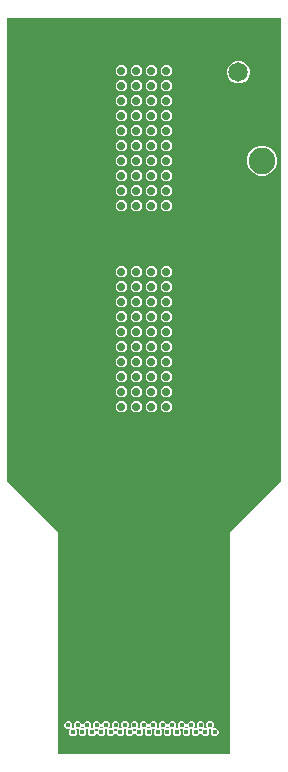
<source format=gbr>
G04 EAGLE Gerber RS-274X export*
G75*
%MOMM*%
%FSLAX34Y34*%
%LPD*%
%INCopper Layer 15*%
%IPPOS*%
%AMOC8*
5,1,8,0,0,1.08239X$1,22.5*%
G01*
%ADD10C,0.711200*%
%ADD11C,1.650000*%
%ADD12C,2.250000*%
%ADD13C,0.403200*%

G36*
X72430Y229012D02*
X72430Y229012D01*
X72496Y229014D01*
X72539Y229032D01*
X72586Y229040D01*
X72643Y229074D01*
X72703Y229099D01*
X72738Y229130D01*
X72779Y229155D01*
X72821Y229206D01*
X72869Y229250D01*
X72891Y229292D01*
X72920Y229329D01*
X72941Y229391D01*
X72972Y229450D01*
X72980Y229504D01*
X72992Y229541D01*
X72991Y229581D01*
X72999Y229635D01*
X72999Y416657D01*
X115813Y459471D01*
X115838Y459506D01*
X115869Y459535D01*
X115901Y459598D01*
X115942Y459656D01*
X115952Y459697D01*
X115972Y459735D01*
X115985Y459824D01*
X115998Y459873D01*
X115995Y459894D01*
X115999Y459920D01*
X115999Y851333D01*
X115988Y851398D01*
X115986Y851464D01*
X115968Y851507D01*
X115960Y851554D01*
X115926Y851611D01*
X115901Y851672D01*
X115870Y851706D01*
X115845Y851747D01*
X115794Y851789D01*
X115750Y851837D01*
X115708Y851859D01*
X115671Y851889D01*
X115609Y851910D01*
X115550Y851940D01*
X115496Y851948D01*
X115459Y851960D01*
X115419Y851959D01*
X115365Y851967D01*
X-115365Y851967D01*
X-115430Y851956D01*
X-115496Y851954D01*
X-115539Y851936D01*
X-115586Y851928D01*
X-115643Y851894D01*
X-115703Y851870D01*
X-115738Y851838D01*
X-115779Y851814D01*
X-115821Y851763D01*
X-115869Y851718D01*
X-115891Y851676D01*
X-115920Y851639D01*
X-115941Y851577D01*
X-115972Y851519D01*
X-115980Y851464D01*
X-115992Y851427D01*
X-115991Y851388D01*
X-115999Y851333D01*
X-115999Y459920D01*
X-115992Y459878D01*
X-115994Y459836D01*
X-115972Y459769D01*
X-115960Y459699D01*
X-115938Y459663D01*
X-115925Y459622D01*
X-115871Y459549D01*
X-115845Y459506D01*
X-115829Y459493D01*
X-115813Y459471D01*
X-72999Y416657D01*
X-72999Y229635D01*
X-72988Y229570D01*
X-72986Y229504D01*
X-72968Y229461D01*
X-72960Y229414D01*
X-72926Y229357D01*
X-72901Y229297D01*
X-72870Y229262D01*
X-72845Y229221D01*
X-72794Y229179D01*
X-72750Y229131D01*
X-72708Y229109D01*
X-72671Y229080D01*
X-72609Y229059D01*
X-72550Y229028D01*
X-72496Y229020D01*
X-72459Y229008D01*
X-72419Y229009D01*
X-72365Y229001D01*
X72365Y229001D01*
X72430Y229012D01*
G37*
%LPC*%
G36*
X-61361Y243713D02*
X-61361Y243713D01*
X-63287Y245639D01*
X-63287Y248361D01*
X-63018Y248631D01*
X-62967Y248704D01*
X-62911Y248773D01*
X-62903Y248795D01*
X-62890Y248815D01*
X-62867Y248901D01*
X-62839Y248985D01*
X-62839Y249009D01*
X-62834Y249032D01*
X-62843Y249121D01*
X-62845Y249210D01*
X-62854Y249231D01*
X-62857Y249255D01*
X-62896Y249335D01*
X-62930Y249417D01*
X-62946Y249435D01*
X-62956Y249456D01*
X-63021Y249517D01*
X-63081Y249583D01*
X-63102Y249594D01*
X-63119Y249610D01*
X-63202Y249645D01*
X-63281Y249686D01*
X-63307Y249689D01*
X-63326Y249698D01*
X-63377Y249700D01*
X-63466Y249713D01*
X-65361Y249713D01*
X-67287Y251639D01*
X-67287Y254361D01*
X-65361Y256287D01*
X-62639Y256287D01*
X-60713Y254361D01*
X-60713Y251639D01*
X-60982Y251369D01*
X-61033Y251296D01*
X-61089Y251227D01*
X-61097Y251205D01*
X-61110Y251185D01*
X-61133Y251099D01*
X-61161Y251015D01*
X-61161Y250991D01*
X-61166Y250968D01*
X-61157Y250879D01*
X-61155Y250790D01*
X-61146Y250769D01*
X-61143Y250745D01*
X-61104Y250665D01*
X-61070Y250583D01*
X-61054Y250565D01*
X-61044Y250544D01*
X-60979Y250483D01*
X-60919Y250417D01*
X-60898Y250406D01*
X-60881Y250390D01*
X-60798Y250355D01*
X-60719Y250314D01*
X-60693Y250311D01*
X-60674Y250302D01*
X-60623Y250300D01*
X-60534Y250287D01*
X-59466Y250287D01*
X-59378Y250302D01*
X-59290Y250312D01*
X-59269Y250322D01*
X-59245Y250326D01*
X-59169Y250372D01*
X-59089Y250411D01*
X-59072Y250428D01*
X-59052Y250441D01*
X-58996Y250510D01*
X-58935Y250574D01*
X-58926Y250596D01*
X-58911Y250615D01*
X-58882Y250699D01*
X-58847Y250781D01*
X-58846Y250805D01*
X-58839Y250827D01*
X-58841Y250916D01*
X-58837Y251005D01*
X-58845Y251028D01*
X-58845Y251052D01*
X-58879Y251134D01*
X-58906Y251219D01*
X-58922Y251240D01*
X-58930Y251259D01*
X-58964Y251297D01*
X-59018Y251369D01*
X-59287Y251639D01*
X-59287Y254361D01*
X-57361Y256287D01*
X-54639Y256287D01*
X-52713Y254361D01*
X-52713Y251639D01*
X-52982Y251369D01*
X-53033Y251296D01*
X-53089Y251227D01*
X-53097Y251205D01*
X-53110Y251185D01*
X-53133Y251099D01*
X-53161Y251015D01*
X-53161Y250991D01*
X-53166Y250968D01*
X-53157Y250879D01*
X-53155Y250790D01*
X-53146Y250769D01*
X-53143Y250745D01*
X-53104Y250665D01*
X-53070Y250583D01*
X-53054Y250565D01*
X-53044Y250544D01*
X-52979Y250483D01*
X-52919Y250417D01*
X-52898Y250406D01*
X-52881Y250390D01*
X-52798Y250355D01*
X-52719Y250314D01*
X-52693Y250311D01*
X-52674Y250302D01*
X-52623Y250300D01*
X-52534Y250287D01*
X-51466Y250287D01*
X-51378Y250302D01*
X-51290Y250312D01*
X-51269Y250322D01*
X-51245Y250326D01*
X-51169Y250372D01*
X-51089Y250411D01*
X-51072Y250428D01*
X-51052Y250441D01*
X-50996Y250510D01*
X-50935Y250574D01*
X-50926Y250596D01*
X-50911Y250615D01*
X-50882Y250699D01*
X-50847Y250781D01*
X-50846Y250805D01*
X-50839Y250827D01*
X-50841Y250916D01*
X-50837Y251005D01*
X-50845Y251028D01*
X-50845Y251052D01*
X-50879Y251134D01*
X-50906Y251219D01*
X-50922Y251240D01*
X-50930Y251259D01*
X-50964Y251297D01*
X-51018Y251369D01*
X-51287Y251639D01*
X-51287Y254361D01*
X-49361Y256287D01*
X-46639Y256287D01*
X-44713Y254361D01*
X-44713Y251639D01*
X-44982Y251369D01*
X-45033Y251296D01*
X-45089Y251227D01*
X-45097Y251205D01*
X-45110Y251185D01*
X-45133Y251099D01*
X-45161Y251015D01*
X-45161Y250991D01*
X-45166Y250968D01*
X-45157Y250879D01*
X-45155Y250790D01*
X-45146Y250769D01*
X-45143Y250745D01*
X-45104Y250665D01*
X-45070Y250583D01*
X-45054Y250565D01*
X-45044Y250544D01*
X-44979Y250483D01*
X-44919Y250417D01*
X-44898Y250406D01*
X-44881Y250390D01*
X-44798Y250355D01*
X-44719Y250314D01*
X-44693Y250311D01*
X-44674Y250302D01*
X-44623Y250300D01*
X-44534Y250287D01*
X-43466Y250287D01*
X-43378Y250302D01*
X-43290Y250312D01*
X-43269Y250322D01*
X-43245Y250326D01*
X-43169Y250372D01*
X-43089Y250411D01*
X-43072Y250428D01*
X-43052Y250441D01*
X-42996Y250510D01*
X-42935Y250574D01*
X-42926Y250596D01*
X-42911Y250615D01*
X-42882Y250699D01*
X-42847Y250781D01*
X-42846Y250805D01*
X-42839Y250827D01*
X-42841Y250916D01*
X-42837Y251005D01*
X-42845Y251028D01*
X-42845Y251052D01*
X-42879Y251134D01*
X-42906Y251219D01*
X-42922Y251240D01*
X-42930Y251259D01*
X-42964Y251297D01*
X-43018Y251369D01*
X-43287Y251639D01*
X-43287Y254361D01*
X-41361Y256287D01*
X-38639Y256287D01*
X-36713Y254361D01*
X-36713Y251639D01*
X-36982Y251369D01*
X-37033Y251296D01*
X-37089Y251227D01*
X-37097Y251205D01*
X-37110Y251185D01*
X-37133Y251099D01*
X-37161Y251015D01*
X-37161Y250991D01*
X-37166Y250968D01*
X-37157Y250879D01*
X-37155Y250790D01*
X-37146Y250769D01*
X-37143Y250745D01*
X-37104Y250665D01*
X-37070Y250583D01*
X-37054Y250565D01*
X-37044Y250544D01*
X-36979Y250483D01*
X-36919Y250417D01*
X-36898Y250406D01*
X-36881Y250390D01*
X-36798Y250355D01*
X-36719Y250314D01*
X-36693Y250311D01*
X-36674Y250302D01*
X-36623Y250300D01*
X-36534Y250287D01*
X-35466Y250287D01*
X-35378Y250302D01*
X-35290Y250312D01*
X-35269Y250322D01*
X-35245Y250326D01*
X-35169Y250372D01*
X-35089Y250411D01*
X-35072Y250428D01*
X-35052Y250441D01*
X-34996Y250510D01*
X-34935Y250574D01*
X-34926Y250596D01*
X-34911Y250615D01*
X-34882Y250699D01*
X-34847Y250781D01*
X-34846Y250805D01*
X-34839Y250827D01*
X-34841Y250916D01*
X-34837Y251005D01*
X-34845Y251028D01*
X-34845Y251052D01*
X-34879Y251134D01*
X-34906Y251219D01*
X-34922Y251240D01*
X-34930Y251259D01*
X-34964Y251297D01*
X-35018Y251369D01*
X-35287Y251639D01*
X-35287Y254361D01*
X-33361Y256287D01*
X-30639Y256287D01*
X-28713Y254361D01*
X-28713Y251639D01*
X-28982Y251369D01*
X-29033Y251296D01*
X-29089Y251227D01*
X-29097Y251205D01*
X-29110Y251185D01*
X-29133Y251099D01*
X-29161Y251015D01*
X-29161Y250991D01*
X-29166Y250968D01*
X-29157Y250879D01*
X-29155Y250790D01*
X-29146Y250769D01*
X-29143Y250745D01*
X-29104Y250665D01*
X-29070Y250583D01*
X-29054Y250565D01*
X-29044Y250544D01*
X-28979Y250483D01*
X-28919Y250417D01*
X-28898Y250406D01*
X-28881Y250390D01*
X-28798Y250355D01*
X-28719Y250314D01*
X-28693Y250311D01*
X-28674Y250302D01*
X-28623Y250300D01*
X-28534Y250287D01*
X-27466Y250287D01*
X-27378Y250302D01*
X-27290Y250312D01*
X-27269Y250322D01*
X-27245Y250326D01*
X-27169Y250372D01*
X-27089Y250411D01*
X-27072Y250428D01*
X-27052Y250441D01*
X-26996Y250510D01*
X-26935Y250574D01*
X-26926Y250596D01*
X-26911Y250615D01*
X-26882Y250699D01*
X-26847Y250781D01*
X-26846Y250805D01*
X-26839Y250827D01*
X-26841Y250916D01*
X-26837Y251005D01*
X-26845Y251028D01*
X-26845Y251052D01*
X-26879Y251134D01*
X-26906Y251219D01*
X-26922Y251240D01*
X-26930Y251259D01*
X-26964Y251297D01*
X-27018Y251369D01*
X-27287Y251639D01*
X-27287Y254361D01*
X-25361Y256287D01*
X-22639Y256287D01*
X-20713Y254361D01*
X-20713Y251639D01*
X-20982Y251369D01*
X-21033Y251296D01*
X-21089Y251227D01*
X-21097Y251205D01*
X-21110Y251185D01*
X-21133Y251099D01*
X-21161Y251015D01*
X-21161Y250991D01*
X-21166Y250968D01*
X-21157Y250879D01*
X-21155Y250790D01*
X-21146Y250769D01*
X-21143Y250745D01*
X-21104Y250665D01*
X-21070Y250583D01*
X-21054Y250565D01*
X-21044Y250544D01*
X-20979Y250483D01*
X-20919Y250417D01*
X-20898Y250406D01*
X-20881Y250390D01*
X-20798Y250355D01*
X-20719Y250314D01*
X-20693Y250311D01*
X-20674Y250302D01*
X-20623Y250300D01*
X-20534Y250287D01*
X-19466Y250287D01*
X-19378Y250302D01*
X-19290Y250312D01*
X-19269Y250322D01*
X-19245Y250326D01*
X-19169Y250372D01*
X-19089Y250411D01*
X-19072Y250428D01*
X-19052Y250441D01*
X-18996Y250510D01*
X-18935Y250574D01*
X-18926Y250596D01*
X-18911Y250615D01*
X-18882Y250699D01*
X-18847Y250781D01*
X-18846Y250805D01*
X-18839Y250827D01*
X-18841Y250916D01*
X-18837Y251005D01*
X-18845Y251028D01*
X-18845Y251052D01*
X-18879Y251134D01*
X-18906Y251219D01*
X-18922Y251240D01*
X-18930Y251259D01*
X-18964Y251297D01*
X-19018Y251369D01*
X-19287Y251639D01*
X-19287Y254361D01*
X-17361Y256287D01*
X-14639Y256287D01*
X-12713Y254361D01*
X-12713Y251639D01*
X-12982Y251369D01*
X-13033Y251296D01*
X-13089Y251227D01*
X-13097Y251205D01*
X-13110Y251185D01*
X-13133Y251099D01*
X-13161Y251015D01*
X-13161Y250991D01*
X-13166Y250968D01*
X-13157Y250879D01*
X-13155Y250790D01*
X-13146Y250769D01*
X-13143Y250745D01*
X-13104Y250665D01*
X-13070Y250583D01*
X-13054Y250565D01*
X-13044Y250544D01*
X-12979Y250483D01*
X-12919Y250417D01*
X-12898Y250406D01*
X-12881Y250390D01*
X-12798Y250355D01*
X-12719Y250314D01*
X-12693Y250311D01*
X-12674Y250302D01*
X-12623Y250300D01*
X-12534Y250287D01*
X-11466Y250287D01*
X-11378Y250302D01*
X-11290Y250312D01*
X-11269Y250322D01*
X-11245Y250326D01*
X-11169Y250372D01*
X-11089Y250411D01*
X-11072Y250428D01*
X-11052Y250441D01*
X-10996Y250510D01*
X-10935Y250574D01*
X-10926Y250596D01*
X-10911Y250615D01*
X-10882Y250699D01*
X-10847Y250781D01*
X-10846Y250805D01*
X-10839Y250827D01*
X-10841Y250916D01*
X-10837Y251005D01*
X-10845Y251028D01*
X-10845Y251052D01*
X-10879Y251134D01*
X-10906Y251219D01*
X-10922Y251240D01*
X-10930Y251259D01*
X-10964Y251297D01*
X-11018Y251369D01*
X-11287Y251639D01*
X-11287Y254361D01*
X-9361Y256287D01*
X-6639Y256287D01*
X-4713Y254361D01*
X-4713Y251639D01*
X-4982Y251369D01*
X-5033Y251296D01*
X-5089Y251227D01*
X-5097Y251205D01*
X-5110Y251185D01*
X-5133Y251099D01*
X-5161Y251015D01*
X-5161Y250991D01*
X-5166Y250968D01*
X-5157Y250879D01*
X-5155Y250790D01*
X-5146Y250769D01*
X-5143Y250745D01*
X-5104Y250665D01*
X-5070Y250583D01*
X-5054Y250565D01*
X-5044Y250544D01*
X-4979Y250483D01*
X-4919Y250417D01*
X-4898Y250406D01*
X-4881Y250390D01*
X-4798Y250355D01*
X-4719Y250314D01*
X-4693Y250311D01*
X-4674Y250302D01*
X-4623Y250300D01*
X-4534Y250287D01*
X-3466Y250287D01*
X-3378Y250302D01*
X-3290Y250312D01*
X-3269Y250322D01*
X-3245Y250326D01*
X-3169Y250372D01*
X-3089Y250411D01*
X-3072Y250428D01*
X-3052Y250441D01*
X-2996Y250510D01*
X-2935Y250574D01*
X-2926Y250596D01*
X-2911Y250615D01*
X-2882Y250699D01*
X-2847Y250781D01*
X-2846Y250805D01*
X-2839Y250827D01*
X-2841Y250916D01*
X-2837Y251005D01*
X-2845Y251028D01*
X-2845Y251052D01*
X-2879Y251134D01*
X-2906Y251219D01*
X-2922Y251240D01*
X-2930Y251259D01*
X-2964Y251297D01*
X-3018Y251369D01*
X-3287Y251639D01*
X-3287Y254361D01*
X-1361Y256287D01*
X1361Y256287D01*
X3287Y254361D01*
X3287Y251639D01*
X3018Y251369D01*
X2967Y251296D01*
X2911Y251227D01*
X2903Y251205D01*
X2890Y251185D01*
X2867Y251099D01*
X2839Y251015D01*
X2839Y250991D01*
X2834Y250968D01*
X2843Y250879D01*
X2845Y250790D01*
X2854Y250769D01*
X2857Y250745D01*
X2896Y250665D01*
X2930Y250583D01*
X2946Y250565D01*
X2956Y250544D01*
X3021Y250483D01*
X3081Y250417D01*
X3102Y250406D01*
X3119Y250390D01*
X3202Y250355D01*
X3281Y250314D01*
X3307Y250311D01*
X3326Y250302D01*
X3377Y250300D01*
X3466Y250287D01*
X4534Y250287D01*
X4622Y250302D01*
X4710Y250312D01*
X4731Y250322D01*
X4755Y250326D01*
X4831Y250372D01*
X4911Y250411D01*
X4928Y250428D01*
X4948Y250441D01*
X5004Y250510D01*
X5065Y250574D01*
X5074Y250596D01*
X5089Y250615D01*
X5118Y250699D01*
X5153Y250781D01*
X5154Y250805D01*
X5161Y250827D01*
X5159Y250916D01*
X5163Y251005D01*
X5155Y251028D01*
X5155Y251052D01*
X5121Y251134D01*
X5094Y251219D01*
X5078Y251240D01*
X5070Y251259D01*
X5036Y251297D01*
X4982Y251369D01*
X4713Y251639D01*
X4713Y254361D01*
X6639Y256287D01*
X9361Y256287D01*
X11287Y254361D01*
X11287Y251639D01*
X11018Y251369D01*
X10967Y251296D01*
X10911Y251227D01*
X10903Y251205D01*
X10890Y251185D01*
X10867Y251099D01*
X10839Y251015D01*
X10839Y250991D01*
X10834Y250968D01*
X10843Y250879D01*
X10845Y250790D01*
X10854Y250769D01*
X10857Y250745D01*
X10896Y250665D01*
X10930Y250583D01*
X10946Y250565D01*
X10956Y250544D01*
X11021Y250483D01*
X11081Y250417D01*
X11102Y250406D01*
X11119Y250390D01*
X11202Y250355D01*
X11281Y250314D01*
X11307Y250311D01*
X11326Y250302D01*
X11377Y250300D01*
X11466Y250287D01*
X12455Y250287D01*
X12543Y250302D01*
X12631Y250312D01*
X12652Y250322D01*
X12676Y250326D01*
X12752Y250372D01*
X12832Y250411D01*
X12849Y250428D01*
X12869Y250441D01*
X12925Y250510D01*
X12986Y250574D01*
X12995Y250596D01*
X13010Y250615D01*
X13039Y250699D01*
X13074Y250781D01*
X13075Y250805D01*
X13082Y250827D01*
X13080Y250916D01*
X13084Y251005D01*
X13076Y251028D01*
X13076Y251052D01*
X13042Y251134D01*
X13015Y251219D01*
X12999Y251240D01*
X12991Y251259D01*
X12957Y251297D01*
X12903Y251369D01*
X12634Y251639D01*
X12634Y254361D01*
X14560Y256287D01*
X17282Y256287D01*
X19208Y254361D01*
X19208Y251639D01*
X18939Y251369D01*
X18888Y251296D01*
X18832Y251227D01*
X18824Y251205D01*
X18811Y251185D01*
X18788Y251099D01*
X18760Y251015D01*
X18760Y250991D01*
X18755Y250968D01*
X18764Y250879D01*
X18766Y250790D01*
X18775Y250769D01*
X18778Y250745D01*
X18817Y250665D01*
X18851Y250583D01*
X18867Y250565D01*
X18877Y250544D01*
X18942Y250483D01*
X19002Y250417D01*
X19023Y250406D01*
X19040Y250390D01*
X19123Y250355D01*
X19202Y250314D01*
X19228Y250311D01*
X19247Y250302D01*
X19298Y250300D01*
X19387Y250287D01*
X20534Y250287D01*
X20622Y250302D01*
X20710Y250312D01*
X20731Y250322D01*
X20755Y250326D01*
X20831Y250372D01*
X20911Y250411D01*
X20928Y250428D01*
X20948Y250441D01*
X21004Y250510D01*
X21065Y250574D01*
X21074Y250596D01*
X21089Y250615D01*
X21118Y250699D01*
X21153Y250781D01*
X21154Y250805D01*
X21161Y250827D01*
X21159Y250916D01*
X21163Y251005D01*
X21155Y251028D01*
X21155Y251052D01*
X21121Y251134D01*
X21094Y251219D01*
X21078Y251240D01*
X21070Y251259D01*
X21036Y251297D01*
X20982Y251369D01*
X20713Y251639D01*
X20713Y254361D01*
X22639Y256287D01*
X25361Y256287D01*
X27287Y254361D01*
X27287Y251639D01*
X27018Y251369D01*
X26967Y251296D01*
X26911Y251227D01*
X26903Y251205D01*
X26890Y251185D01*
X26867Y251099D01*
X26839Y251015D01*
X26839Y250991D01*
X26834Y250968D01*
X26843Y250879D01*
X26845Y250790D01*
X26854Y250769D01*
X26857Y250745D01*
X26896Y250665D01*
X26930Y250583D01*
X26946Y250565D01*
X26956Y250544D01*
X27021Y250483D01*
X27081Y250417D01*
X27102Y250406D01*
X27119Y250390D01*
X27202Y250355D01*
X27281Y250314D01*
X27307Y250311D01*
X27326Y250302D01*
X27377Y250300D01*
X27466Y250287D01*
X28534Y250287D01*
X28622Y250302D01*
X28710Y250312D01*
X28731Y250322D01*
X28755Y250326D01*
X28831Y250372D01*
X28911Y250411D01*
X28928Y250428D01*
X28948Y250441D01*
X29004Y250510D01*
X29065Y250574D01*
X29074Y250596D01*
X29089Y250615D01*
X29118Y250699D01*
X29153Y250781D01*
X29154Y250805D01*
X29161Y250827D01*
X29159Y250916D01*
X29163Y251005D01*
X29155Y251028D01*
X29155Y251052D01*
X29121Y251134D01*
X29094Y251219D01*
X29078Y251240D01*
X29070Y251259D01*
X29036Y251297D01*
X28982Y251369D01*
X28713Y251639D01*
X28713Y254361D01*
X30639Y256287D01*
X33361Y256287D01*
X35287Y254361D01*
X35287Y251639D01*
X35018Y251369D01*
X34967Y251296D01*
X34911Y251227D01*
X34903Y251205D01*
X34890Y251185D01*
X34867Y251099D01*
X34839Y251015D01*
X34839Y250991D01*
X34834Y250968D01*
X34843Y250879D01*
X34845Y250790D01*
X34854Y250769D01*
X34857Y250745D01*
X34896Y250665D01*
X34930Y250583D01*
X34946Y250565D01*
X34956Y250544D01*
X35021Y250483D01*
X35081Y250417D01*
X35102Y250406D01*
X35119Y250390D01*
X35202Y250355D01*
X35281Y250314D01*
X35307Y250311D01*
X35326Y250302D01*
X35377Y250300D01*
X35466Y250287D01*
X36534Y250287D01*
X36622Y250302D01*
X36710Y250312D01*
X36731Y250322D01*
X36755Y250326D01*
X36831Y250372D01*
X36911Y250411D01*
X36928Y250428D01*
X36948Y250441D01*
X37004Y250510D01*
X37065Y250574D01*
X37074Y250596D01*
X37089Y250615D01*
X37118Y250699D01*
X37153Y250781D01*
X37154Y250805D01*
X37161Y250827D01*
X37159Y250916D01*
X37163Y251005D01*
X37155Y251028D01*
X37155Y251052D01*
X37121Y251134D01*
X37094Y251219D01*
X37078Y251240D01*
X37070Y251259D01*
X37036Y251297D01*
X36982Y251369D01*
X36713Y251639D01*
X36713Y254361D01*
X38639Y256287D01*
X41361Y256287D01*
X43287Y254361D01*
X43287Y251639D01*
X43018Y251369D01*
X42967Y251296D01*
X42911Y251227D01*
X42903Y251205D01*
X42890Y251185D01*
X42867Y251099D01*
X42839Y251015D01*
X42839Y250991D01*
X42834Y250968D01*
X42843Y250879D01*
X42845Y250790D01*
X42854Y250769D01*
X42857Y250745D01*
X42896Y250665D01*
X42930Y250583D01*
X42946Y250565D01*
X42956Y250544D01*
X43021Y250483D01*
X43081Y250417D01*
X43102Y250406D01*
X43119Y250390D01*
X43202Y250355D01*
X43281Y250314D01*
X43307Y250311D01*
X43326Y250302D01*
X43377Y250300D01*
X43466Y250287D01*
X44534Y250287D01*
X44622Y250302D01*
X44710Y250312D01*
X44731Y250322D01*
X44755Y250326D01*
X44831Y250372D01*
X44911Y250411D01*
X44928Y250428D01*
X44948Y250441D01*
X45004Y250510D01*
X45065Y250574D01*
X45074Y250596D01*
X45089Y250615D01*
X45118Y250699D01*
X45153Y250781D01*
X45154Y250805D01*
X45161Y250827D01*
X45159Y250916D01*
X45163Y251005D01*
X45155Y251028D01*
X45155Y251052D01*
X45121Y251134D01*
X45094Y251219D01*
X45078Y251240D01*
X45070Y251259D01*
X45036Y251297D01*
X44982Y251369D01*
X44713Y251639D01*
X44713Y254361D01*
X46639Y256287D01*
X49361Y256287D01*
X51287Y254361D01*
X51287Y251639D01*
X51018Y251369D01*
X50967Y251296D01*
X50911Y251227D01*
X50903Y251205D01*
X50890Y251185D01*
X50867Y251099D01*
X50839Y251015D01*
X50839Y250991D01*
X50834Y250968D01*
X50843Y250879D01*
X50845Y250790D01*
X50854Y250769D01*
X50857Y250745D01*
X50896Y250665D01*
X50930Y250583D01*
X50946Y250565D01*
X50956Y250544D01*
X51021Y250483D01*
X51081Y250417D01*
X51102Y250406D01*
X51119Y250390D01*
X51202Y250355D01*
X51281Y250314D01*
X51307Y250311D01*
X51326Y250302D01*
X51377Y250300D01*
X51466Y250287D01*
X52534Y250287D01*
X52622Y250302D01*
X52710Y250312D01*
X52731Y250322D01*
X52755Y250326D01*
X52831Y250372D01*
X52911Y250411D01*
X52928Y250428D01*
X52948Y250441D01*
X53004Y250510D01*
X53065Y250574D01*
X53074Y250596D01*
X53089Y250615D01*
X53118Y250699D01*
X53153Y250781D01*
X53154Y250805D01*
X53161Y250827D01*
X53159Y250916D01*
X53163Y251005D01*
X53155Y251028D01*
X53155Y251052D01*
X53121Y251134D01*
X53094Y251219D01*
X53078Y251240D01*
X53070Y251259D01*
X53036Y251297D01*
X52982Y251369D01*
X52713Y251639D01*
X52713Y254361D01*
X54639Y256287D01*
X57361Y256287D01*
X59287Y254361D01*
X59287Y251639D01*
X59018Y251369D01*
X58967Y251296D01*
X58911Y251227D01*
X58903Y251205D01*
X58890Y251185D01*
X58867Y251099D01*
X58839Y251015D01*
X58839Y250991D01*
X58834Y250968D01*
X58843Y250879D01*
X58845Y250790D01*
X58854Y250769D01*
X58857Y250745D01*
X58896Y250665D01*
X58930Y250583D01*
X58946Y250565D01*
X58956Y250544D01*
X59021Y250483D01*
X59081Y250417D01*
X59102Y250406D01*
X59119Y250390D01*
X59202Y250355D01*
X59281Y250314D01*
X59307Y250311D01*
X59326Y250302D01*
X59377Y250300D01*
X59466Y250287D01*
X61361Y250287D01*
X63287Y248361D01*
X63287Y245639D01*
X61361Y243713D01*
X58639Y243713D01*
X56713Y245639D01*
X56713Y248361D01*
X56982Y248631D01*
X57033Y248704D01*
X57089Y248773D01*
X57097Y248795D01*
X57110Y248815D01*
X57133Y248901D01*
X57161Y248985D01*
X57161Y249009D01*
X57166Y249032D01*
X57157Y249121D01*
X57155Y249210D01*
X57146Y249231D01*
X57143Y249255D01*
X57104Y249335D01*
X57070Y249417D01*
X57054Y249435D01*
X57044Y249456D01*
X56979Y249517D01*
X56919Y249583D01*
X56898Y249594D01*
X56881Y249610D01*
X56798Y249645D01*
X56719Y249686D01*
X56693Y249689D01*
X56674Y249698D01*
X56623Y249700D01*
X56534Y249713D01*
X55466Y249713D01*
X55378Y249698D01*
X55290Y249688D01*
X55269Y249678D01*
X55245Y249674D01*
X55169Y249628D01*
X55089Y249589D01*
X55072Y249572D01*
X55052Y249559D01*
X54996Y249490D01*
X54935Y249426D01*
X54926Y249404D01*
X54911Y249385D01*
X54882Y249301D01*
X54847Y249219D01*
X54846Y249195D01*
X54839Y249173D01*
X54841Y249084D01*
X54837Y248995D01*
X54845Y248972D01*
X54845Y248948D01*
X54879Y248866D01*
X54906Y248781D01*
X54922Y248760D01*
X54930Y248741D01*
X54964Y248703D01*
X55018Y248631D01*
X55287Y248361D01*
X55287Y245639D01*
X53361Y243713D01*
X50639Y243713D01*
X48713Y245639D01*
X48713Y248361D01*
X48982Y248631D01*
X49033Y248704D01*
X49089Y248773D01*
X49097Y248795D01*
X49110Y248815D01*
X49133Y248901D01*
X49161Y248985D01*
X49161Y249009D01*
X49166Y249032D01*
X49157Y249121D01*
X49155Y249210D01*
X49146Y249231D01*
X49143Y249255D01*
X49104Y249335D01*
X49070Y249417D01*
X49054Y249435D01*
X49044Y249456D01*
X48979Y249517D01*
X48919Y249583D01*
X48898Y249594D01*
X48881Y249610D01*
X48798Y249645D01*
X48719Y249686D01*
X48693Y249689D01*
X48674Y249698D01*
X48623Y249700D01*
X48534Y249713D01*
X47466Y249713D01*
X47378Y249698D01*
X47290Y249688D01*
X47269Y249678D01*
X47245Y249674D01*
X47169Y249628D01*
X47089Y249589D01*
X47072Y249572D01*
X47052Y249559D01*
X46996Y249490D01*
X46935Y249426D01*
X46926Y249404D01*
X46911Y249385D01*
X46882Y249301D01*
X46847Y249219D01*
X46846Y249195D01*
X46839Y249173D01*
X46841Y249084D01*
X46837Y248995D01*
X46845Y248972D01*
X46845Y248948D01*
X46879Y248866D01*
X46906Y248781D01*
X46922Y248760D01*
X46930Y248741D01*
X46964Y248703D01*
X47018Y248631D01*
X47287Y248361D01*
X47287Y245639D01*
X45361Y243713D01*
X42639Y243713D01*
X40713Y245639D01*
X40713Y248361D01*
X40982Y248631D01*
X41033Y248704D01*
X41089Y248773D01*
X41097Y248795D01*
X41110Y248815D01*
X41133Y248901D01*
X41161Y248985D01*
X41161Y249009D01*
X41166Y249032D01*
X41157Y249121D01*
X41155Y249210D01*
X41146Y249231D01*
X41143Y249255D01*
X41104Y249335D01*
X41070Y249417D01*
X41054Y249435D01*
X41044Y249456D01*
X40979Y249517D01*
X40919Y249583D01*
X40898Y249594D01*
X40881Y249610D01*
X40798Y249645D01*
X40719Y249686D01*
X40693Y249689D01*
X40674Y249698D01*
X40623Y249700D01*
X40534Y249713D01*
X39466Y249713D01*
X39378Y249698D01*
X39290Y249688D01*
X39269Y249678D01*
X39245Y249674D01*
X39169Y249628D01*
X39089Y249589D01*
X39072Y249572D01*
X39052Y249559D01*
X38996Y249490D01*
X38935Y249426D01*
X38926Y249404D01*
X38911Y249385D01*
X38882Y249301D01*
X38847Y249219D01*
X38846Y249195D01*
X38839Y249173D01*
X38841Y249084D01*
X38837Y248995D01*
X38845Y248972D01*
X38845Y248948D01*
X38879Y248866D01*
X38906Y248781D01*
X38922Y248760D01*
X38930Y248741D01*
X38964Y248703D01*
X39018Y248631D01*
X39287Y248361D01*
X39287Y245639D01*
X37361Y243713D01*
X34639Y243713D01*
X32713Y245639D01*
X32713Y248361D01*
X32982Y248631D01*
X33033Y248704D01*
X33089Y248773D01*
X33097Y248795D01*
X33110Y248815D01*
X33133Y248901D01*
X33161Y248985D01*
X33161Y249009D01*
X33166Y249032D01*
X33157Y249121D01*
X33155Y249210D01*
X33146Y249231D01*
X33143Y249255D01*
X33104Y249335D01*
X33070Y249417D01*
X33054Y249435D01*
X33044Y249456D01*
X32979Y249517D01*
X32919Y249583D01*
X32898Y249594D01*
X32881Y249610D01*
X32798Y249645D01*
X32719Y249686D01*
X32693Y249689D01*
X32674Y249698D01*
X32623Y249700D01*
X32534Y249713D01*
X31466Y249713D01*
X31378Y249698D01*
X31290Y249688D01*
X31269Y249678D01*
X31245Y249674D01*
X31169Y249628D01*
X31089Y249589D01*
X31072Y249572D01*
X31052Y249559D01*
X30996Y249490D01*
X30935Y249426D01*
X30926Y249404D01*
X30911Y249385D01*
X30882Y249301D01*
X30847Y249219D01*
X30846Y249195D01*
X30839Y249173D01*
X30841Y249084D01*
X30837Y248995D01*
X30845Y248972D01*
X30845Y248948D01*
X30879Y248866D01*
X30906Y248781D01*
X30922Y248760D01*
X30930Y248741D01*
X30964Y248703D01*
X31018Y248631D01*
X31287Y248361D01*
X31287Y245639D01*
X29361Y243713D01*
X26639Y243713D01*
X24713Y245639D01*
X24713Y248361D01*
X24982Y248631D01*
X25033Y248704D01*
X25089Y248773D01*
X25097Y248795D01*
X25110Y248815D01*
X25133Y248901D01*
X25161Y248985D01*
X25161Y249009D01*
X25166Y249032D01*
X25157Y249121D01*
X25155Y249210D01*
X25146Y249231D01*
X25143Y249255D01*
X25104Y249335D01*
X25070Y249417D01*
X25054Y249435D01*
X25044Y249456D01*
X24979Y249517D01*
X24919Y249583D01*
X24898Y249594D01*
X24881Y249610D01*
X24798Y249645D01*
X24719Y249686D01*
X24693Y249689D01*
X24674Y249698D01*
X24623Y249700D01*
X24534Y249713D01*
X23466Y249713D01*
X23378Y249698D01*
X23290Y249688D01*
X23269Y249678D01*
X23245Y249674D01*
X23169Y249628D01*
X23089Y249589D01*
X23072Y249572D01*
X23052Y249559D01*
X22996Y249490D01*
X22935Y249426D01*
X22926Y249404D01*
X22911Y249385D01*
X22882Y249301D01*
X22847Y249219D01*
X22846Y249195D01*
X22839Y249173D01*
X22841Y249084D01*
X22837Y248995D01*
X22845Y248972D01*
X22845Y248948D01*
X22879Y248866D01*
X22906Y248781D01*
X22922Y248760D01*
X22930Y248741D01*
X22964Y248703D01*
X23018Y248631D01*
X23287Y248361D01*
X23287Y245639D01*
X21361Y243713D01*
X18639Y243713D01*
X16713Y245639D01*
X16713Y248361D01*
X16982Y248631D01*
X17033Y248704D01*
X17089Y248773D01*
X17097Y248795D01*
X17110Y248815D01*
X17133Y248901D01*
X17161Y248985D01*
X17161Y249009D01*
X17166Y249032D01*
X17157Y249121D01*
X17155Y249210D01*
X17146Y249231D01*
X17143Y249255D01*
X17104Y249335D01*
X17070Y249417D01*
X17054Y249435D01*
X17044Y249456D01*
X16979Y249517D01*
X16919Y249583D01*
X16898Y249594D01*
X16881Y249610D01*
X16798Y249645D01*
X16719Y249686D01*
X16693Y249689D01*
X16674Y249698D01*
X16623Y249700D01*
X16534Y249713D01*
X15466Y249713D01*
X15378Y249698D01*
X15290Y249688D01*
X15269Y249678D01*
X15245Y249674D01*
X15169Y249628D01*
X15089Y249589D01*
X15072Y249572D01*
X15052Y249559D01*
X14996Y249490D01*
X14935Y249426D01*
X14926Y249404D01*
X14911Y249385D01*
X14882Y249301D01*
X14847Y249219D01*
X14846Y249195D01*
X14839Y249173D01*
X14841Y249084D01*
X14837Y248995D01*
X14845Y248972D01*
X14845Y248948D01*
X14879Y248866D01*
X14906Y248781D01*
X14922Y248760D01*
X14930Y248741D01*
X14964Y248703D01*
X15018Y248631D01*
X15287Y248361D01*
X15287Y245639D01*
X13361Y243713D01*
X10639Y243713D01*
X8713Y245639D01*
X8713Y248361D01*
X8982Y248631D01*
X9033Y248704D01*
X9089Y248773D01*
X9097Y248795D01*
X9110Y248815D01*
X9133Y248901D01*
X9161Y248985D01*
X9161Y249009D01*
X9166Y249032D01*
X9157Y249121D01*
X9155Y249210D01*
X9146Y249231D01*
X9143Y249255D01*
X9104Y249335D01*
X9070Y249417D01*
X9054Y249435D01*
X9044Y249456D01*
X8979Y249517D01*
X8919Y249583D01*
X8898Y249594D01*
X8881Y249610D01*
X8798Y249645D01*
X8719Y249686D01*
X8693Y249689D01*
X8674Y249698D01*
X8623Y249700D01*
X8534Y249713D01*
X7466Y249713D01*
X7378Y249698D01*
X7290Y249688D01*
X7269Y249678D01*
X7245Y249674D01*
X7169Y249628D01*
X7089Y249589D01*
X7072Y249572D01*
X7052Y249559D01*
X6996Y249490D01*
X6935Y249426D01*
X6926Y249404D01*
X6911Y249385D01*
X6882Y249301D01*
X6847Y249219D01*
X6846Y249195D01*
X6839Y249173D01*
X6841Y249084D01*
X6837Y248995D01*
X6845Y248972D01*
X6845Y248948D01*
X6879Y248866D01*
X6906Y248781D01*
X6922Y248760D01*
X6930Y248741D01*
X6964Y248703D01*
X7018Y248631D01*
X7287Y248361D01*
X7287Y245639D01*
X5361Y243713D01*
X2639Y243713D01*
X713Y245639D01*
X713Y248361D01*
X982Y248631D01*
X1033Y248704D01*
X1089Y248773D01*
X1097Y248795D01*
X1110Y248815D01*
X1133Y248901D01*
X1161Y248985D01*
X1161Y249009D01*
X1166Y249032D01*
X1157Y249121D01*
X1155Y249210D01*
X1146Y249231D01*
X1143Y249255D01*
X1104Y249335D01*
X1070Y249417D01*
X1054Y249435D01*
X1044Y249456D01*
X979Y249517D01*
X919Y249583D01*
X898Y249594D01*
X881Y249610D01*
X798Y249645D01*
X719Y249686D01*
X693Y249689D01*
X674Y249698D01*
X623Y249700D01*
X534Y249713D01*
X-534Y249713D01*
X-622Y249698D01*
X-710Y249688D01*
X-731Y249678D01*
X-755Y249674D01*
X-831Y249628D01*
X-911Y249589D01*
X-928Y249572D01*
X-948Y249559D01*
X-1004Y249490D01*
X-1065Y249426D01*
X-1074Y249404D01*
X-1089Y249385D01*
X-1118Y249301D01*
X-1153Y249219D01*
X-1154Y249195D01*
X-1161Y249173D01*
X-1159Y249084D01*
X-1163Y248995D01*
X-1155Y248972D01*
X-1155Y248948D01*
X-1121Y248866D01*
X-1094Y248781D01*
X-1078Y248760D01*
X-1070Y248741D01*
X-1036Y248703D01*
X-982Y248631D01*
X-713Y248361D01*
X-713Y245639D01*
X-2639Y243713D01*
X-5361Y243713D01*
X-7287Y245639D01*
X-7287Y248361D01*
X-7018Y248631D01*
X-6967Y248704D01*
X-6911Y248773D01*
X-6903Y248795D01*
X-6890Y248815D01*
X-6867Y248901D01*
X-6839Y248985D01*
X-6839Y249009D01*
X-6834Y249032D01*
X-6843Y249121D01*
X-6845Y249210D01*
X-6854Y249231D01*
X-6857Y249255D01*
X-6896Y249335D01*
X-6930Y249417D01*
X-6946Y249435D01*
X-6956Y249456D01*
X-7021Y249517D01*
X-7081Y249583D01*
X-7102Y249594D01*
X-7119Y249610D01*
X-7202Y249645D01*
X-7281Y249686D01*
X-7307Y249689D01*
X-7326Y249698D01*
X-7377Y249700D01*
X-7466Y249713D01*
X-8534Y249713D01*
X-8622Y249698D01*
X-8710Y249688D01*
X-8731Y249678D01*
X-8755Y249674D01*
X-8831Y249628D01*
X-8911Y249589D01*
X-8928Y249572D01*
X-8948Y249559D01*
X-9004Y249490D01*
X-9065Y249426D01*
X-9074Y249404D01*
X-9089Y249385D01*
X-9118Y249301D01*
X-9153Y249219D01*
X-9154Y249195D01*
X-9161Y249173D01*
X-9159Y249084D01*
X-9163Y248995D01*
X-9155Y248972D01*
X-9155Y248948D01*
X-9121Y248866D01*
X-9094Y248781D01*
X-9078Y248760D01*
X-9070Y248741D01*
X-9036Y248703D01*
X-8982Y248631D01*
X-8713Y248361D01*
X-8713Y245639D01*
X-10639Y243713D01*
X-13361Y243713D01*
X-15287Y245639D01*
X-15287Y248361D01*
X-15018Y248631D01*
X-14967Y248704D01*
X-14911Y248773D01*
X-14903Y248795D01*
X-14890Y248815D01*
X-14867Y248901D01*
X-14839Y248985D01*
X-14839Y249009D01*
X-14834Y249032D01*
X-14843Y249121D01*
X-14845Y249210D01*
X-14854Y249231D01*
X-14857Y249255D01*
X-14896Y249335D01*
X-14930Y249417D01*
X-14946Y249435D01*
X-14956Y249456D01*
X-15021Y249517D01*
X-15081Y249583D01*
X-15102Y249594D01*
X-15119Y249610D01*
X-15202Y249645D01*
X-15281Y249686D01*
X-15307Y249689D01*
X-15326Y249698D01*
X-15377Y249700D01*
X-15466Y249713D01*
X-16534Y249713D01*
X-16622Y249698D01*
X-16710Y249688D01*
X-16731Y249678D01*
X-16755Y249674D01*
X-16831Y249628D01*
X-16911Y249589D01*
X-16928Y249572D01*
X-16948Y249559D01*
X-17004Y249490D01*
X-17065Y249426D01*
X-17074Y249404D01*
X-17089Y249385D01*
X-17118Y249301D01*
X-17153Y249219D01*
X-17154Y249195D01*
X-17161Y249173D01*
X-17159Y249084D01*
X-17163Y248995D01*
X-17155Y248972D01*
X-17155Y248948D01*
X-17121Y248866D01*
X-17094Y248781D01*
X-17078Y248760D01*
X-17070Y248741D01*
X-17036Y248703D01*
X-16982Y248631D01*
X-16713Y248361D01*
X-16713Y245639D01*
X-18639Y243713D01*
X-21361Y243713D01*
X-23287Y245639D01*
X-23287Y248361D01*
X-23018Y248631D01*
X-22967Y248704D01*
X-22911Y248773D01*
X-22903Y248795D01*
X-22890Y248815D01*
X-22867Y248901D01*
X-22839Y248985D01*
X-22839Y249009D01*
X-22834Y249032D01*
X-22843Y249121D01*
X-22845Y249210D01*
X-22854Y249231D01*
X-22857Y249255D01*
X-22896Y249335D01*
X-22930Y249417D01*
X-22946Y249435D01*
X-22956Y249456D01*
X-23021Y249517D01*
X-23081Y249583D01*
X-23102Y249594D01*
X-23119Y249610D01*
X-23202Y249645D01*
X-23281Y249686D01*
X-23307Y249689D01*
X-23326Y249698D01*
X-23377Y249700D01*
X-23466Y249713D01*
X-24534Y249713D01*
X-24622Y249698D01*
X-24710Y249688D01*
X-24731Y249678D01*
X-24755Y249674D01*
X-24831Y249628D01*
X-24911Y249589D01*
X-24928Y249572D01*
X-24948Y249559D01*
X-25004Y249490D01*
X-25065Y249426D01*
X-25074Y249404D01*
X-25089Y249385D01*
X-25118Y249301D01*
X-25153Y249219D01*
X-25154Y249195D01*
X-25161Y249173D01*
X-25159Y249084D01*
X-25163Y248995D01*
X-25155Y248972D01*
X-25155Y248948D01*
X-25121Y248866D01*
X-25094Y248781D01*
X-25078Y248760D01*
X-25070Y248741D01*
X-25036Y248703D01*
X-24982Y248631D01*
X-24713Y248361D01*
X-24713Y245639D01*
X-26639Y243713D01*
X-29361Y243713D01*
X-31287Y245639D01*
X-31287Y248361D01*
X-31018Y248631D01*
X-30967Y248704D01*
X-30911Y248773D01*
X-30903Y248795D01*
X-30890Y248815D01*
X-30867Y248901D01*
X-30839Y248985D01*
X-30839Y249009D01*
X-30834Y249032D01*
X-30843Y249121D01*
X-30845Y249210D01*
X-30854Y249231D01*
X-30857Y249255D01*
X-30896Y249335D01*
X-30930Y249417D01*
X-30946Y249435D01*
X-30956Y249456D01*
X-31021Y249517D01*
X-31081Y249583D01*
X-31102Y249594D01*
X-31119Y249610D01*
X-31202Y249645D01*
X-31281Y249686D01*
X-31307Y249689D01*
X-31326Y249698D01*
X-31377Y249700D01*
X-31466Y249713D01*
X-32534Y249713D01*
X-32622Y249698D01*
X-32710Y249688D01*
X-32731Y249678D01*
X-32755Y249674D01*
X-32831Y249628D01*
X-32911Y249589D01*
X-32928Y249572D01*
X-32948Y249559D01*
X-33004Y249490D01*
X-33065Y249426D01*
X-33074Y249404D01*
X-33089Y249385D01*
X-33118Y249301D01*
X-33153Y249219D01*
X-33154Y249195D01*
X-33161Y249173D01*
X-33159Y249084D01*
X-33163Y248995D01*
X-33155Y248972D01*
X-33155Y248948D01*
X-33121Y248866D01*
X-33094Y248781D01*
X-33078Y248760D01*
X-33070Y248741D01*
X-33036Y248703D01*
X-32982Y248631D01*
X-32713Y248361D01*
X-32713Y245639D01*
X-34639Y243713D01*
X-37361Y243713D01*
X-39287Y245639D01*
X-39287Y248361D01*
X-39018Y248631D01*
X-38967Y248704D01*
X-38911Y248773D01*
X-38903Y248795D01*
X-38890Y248815D01*
X-38867Y248901D01*
X-38839Y248985D01*
X-38839Y249009D01*
X-38834Y249032D01*
X-38843Y249121D01*
X-38845Y249210D01*
X-38854Y249231D01*
X-38857Y249255D01*
X-38896Y249335D01*
X-38930Y249417D01*
X-38946Y249435D01*
X-38956Y249456D01*
X-39021Y249517D01*
X-39081Y249583D01*
X-39102Y249594D01*
X-39119Y249610D01*
X-39202Y249645D01*
X-39281Y249686D01*
X-39307Y249689D01*
X-39326Y249698D01*
X-39377Y249700D01*
X-39466Y249713D01*
X-40534Y249713D01*
X-40622Y249698D01*
X-40710Y249688D01*
X-40731Y249678D01*
X-40755Y249674D01*
X-40831Y249628D01*
X-40911Y249589D01*
X-40928Y249572D01*
X-40948Y249559D01*
X-41004Y249490D01*
X-41065Y249426D01*
X-41074Y249404D01*
X-41089Y249385D01*
X-41118Y249301D01*
X-41153Y249219D01*
X-41154Y249195D01*
X-41161Y249173D01*
X-41159Y249084D01*
X-41163Y248995D01*
X-41155Y248972D01*
X-41155Y248948D01*
X-41121Y248866D01*
X-41094Y248781D01*
X-41078Y248760D01*
X-41070Y248741D01*
X-41036Y248703D01*
X-40982Y248631D01*
X-40713Y248361D01*
X-40713Y245639D01*
X-42639Y243713D01*
X-45361Y243713D01*
X-47287Y245639D01*
X-47287Y248361D01*
X-47018Y248631D01*
X-46967Y248704D01*
X-46911Y248773D01*
X-46903Y248795D01*
X-46890Y248815D01*
X-46867Y248901D01*
X-46839Y248985D01*
X-46839Y249009D01*
X-46834Y249032D01*
X-46843Y249121D01*
X-46845Y249210D01*
X-46854Y249231D01*
X-46857Y249255D01*
X-46896Y249335D01*
X-46930Y249417D01*
X-46946Y249435D01*
X-46956Y249456D01*
X-47021Y249517D01*
X-47081Y249583D01*
X-47102Y249594D01*
X-47119Y249610D01*
X-47202Y249645D01*
X-47281Y249686D01*
X-47307Y249689D01*
X-47326Y249698D01*
X-47377Y249700D01*
X-47466Y249713D01*
X-48534Y249713D01*
X-48622Y249698D01*
X-48710Y249688D01*
X-48731Y249678D01*
X-48755Y249674D01*
X-48831Y249628D01*
X-48911Y249589D01*
X-48928Y249572D01*
X-48948Y249559D01*
X-49004Y249490D01*
X-49065Y249426D01*
X-49074Y249404D01*
X-49089Y249385D01*
X-49118Y249301D01*
X-49153Y249219D01*
X-49154Y249195D01*
X-49161Y249173D01*
X-49159Y249084D01*
X-49163Y248995D01*
X-49155Y248972D01*
X-49155Y248948D01*
X-49121Y248866D01*
X-49094Y248781D01*
X-49078Y248760D01*
X-49070Y248741D01*
X-49036Y248703D01*
X-48982Y248631D01*
X-48713Y248361D01*
X-48713Y245639D01*
X-50639Y243713D01*
X-53361Y243713D01*
X-55287Y245639D01*
X-55287Y248361D01*
X-55018Y248631D01*
X-54967Y248704D01*
X-54911Y248773D01*
X-54903Y248795D01*
X-54890Y248815D01*
X-54867Y248901D01*
X-54839Y248985D01*
X-54839Y249009D01*
X-54834Y249032D01*
X-54843Y249121D01*
X-54845Y249210D01*
X-54854Y249231D01*
X-54857Y249255D01*
X-54896Y249335D01*
X-54930Y249417D01*
X-54946Y249435D01*
X-54956Y249456D01*
X-55021Y249517D01*
X-55081Y249583D01*
X-55102Y249594D01*
X-55119Y249610D01*
X-55202Y249645D01*
X-55281Y249686D01*
X-55307Y249689D01*
X-55326Y249698D01*
X-55377Y249700D01*
X-55466Y249713D01*
X-56534Y249713D01*
X-56622Y249698D01*
X-56710Y249688D01*
X-56731Y249678D01*
X-56755Y249674D01*
X-56831Y249628D01*
X-56911Y249589D01*
X-56928Y249572D01*
X-56948Y249559D01*
X-57004Y249490D01*
X-57065Y249426D01*
X-57074Y249404D01*
X-57089Y249385D01*
X-57118Y249301D01*
X-57153Y249219D01*
X-57154Y249195D01*
X-57161Y249173D01*
X-57159Y249084D01*
X-57163Y248995D01*
X-57155Y248972D01*
X-57155Y248948D01*
X-57121Y248866D01*
X-57094Y248781D01*
X-57078Y248760D01*
X-57070Y248741D01*
X-57036Y248703D01*
X-56982Y248631D01*
X-56713Y248361D01*
X-56713Y245639D01*
X-58639Y243713D01*
X-61361Y243713D01*
G37*
%LPD*%
%LPC*%
G36*
X97509Y718448D02*
X97509Y718448D01*
X92908Y720354D01*
X89385Y723876D01*
X87479Y728478D01*
X87479Y733459D01*
X89385Y738061D01*
X92908Y741583D01*
X97509Y743489D01*
X102491Y743489D01*
X107092Y741583D01*
X110615Y738061D01*
X112521Y733459D01*
X112521Y728478D01*
X110615Y723876D01*
X107092Y720354D01*
X102491Y718448D01*
X97509Y718448D01*
G37*
%LPD*%
%LPC*%
G36*
X78106Y796448D02*
X78106Y796448D01*
X74607Y797897D01*
X71929Y800575D01*
X70479Y804075D01*
X70479Y807862D01*
X71929Y811362D01*
X74607Y814040D01*
X78106Y815489D01*
X81894Y815489D01*
X85393Y814040D01*
X88071Y811362D01*
X89521Y807862D01*
X89521Y804075D01*
X88071Y800575D01*
X85393Y797897D01*
X81894Y796448D01*
X78106Y796448D01*
G37*
%LPD*%
%LPC*%
G36*
X17051Y802323D02*
X17051Y802323D01*
X14223Y805150D01*
X14223Y809149D01*
X17051Y811976D01*
X21049Y811976D01*
X23877Y809149D01*
X23877Y805150D01*
X21049Y802323D01*
X17051Y802323D01*
G37*
%LPD*%
%LPC*%
G36*
X4351Y802323D02*
X4351Y802323D01*
X1523Y805150D01*
X1523Y809149D01*
X4351Y811976D01*
X8349Y811976D01*
X11177Y809149D01*
X11177Y805150D01*
X8349Y802323D01*
X4351Y802323D01*
G37*
%LPD*%
%LPC*%
G36*
X-8349Y802323D02*
X-8349Y802323D01*
X-11177Y805150D01*
X-11177Y809149D01*
X-8349Y811976D01*
X-4351Y811976D01*
X-1523Y809149D01*
X-1523Y805150D01*
X-4351Y802323D01*
X-8349Y802323D01*
G37*
%LPD*%
%LPC*%
G36*
X17051Y789623D02*
X17051Y789623D01*
X14223Y792450D01*
X14223Y796449D01*
X17051Y799276D01*
X21049Y799276D01*
X23877Y796449D01*
X23877Y792450D01*
X21049Y789623D01*
X17051Y789623D01*
G37*
%LPD*%
%LPC*%
G36*
X4351Y789623D02*
X4351Y789623D01*
X1523Y792450D01*
X1523Y796449D01*
X4351Y799276D01*
X8349Y799276D01*
X11177Y796449D01*
X11177Y792450D01*
X8349Y789623D01*
X4351Y789623D01*
G37*
%LPD*%
%LPC*%
G36*
X-8349Y789623D02*
X-8349Y789623D01*
X-11177Y792450D01*
X-11177Y796449D01*
X-8349Y799276D01*
X-4351Y799276D01*
X-1523Y796449D01*
X-1523Y792450D01*
X-4351Y789623D01*
X-8349Y789623D01*
G37*
%LPD*%
%LPC*%
G36*
X-21049Y789623D02*
X-21049Y789623D01*
X-23877Y792450D01*
X-23877Y796449D01*
X-21049Y799276D01*
X-17051Y799276D01*
X-14223Y796449D01*
X-14223Y792450D01*
X-17051Y789623D01*
X-21049Y789623D01*
G37*
%LPD*%
%LPC*%
G36*
X-8349Y776923D02*
X-8349Y776923D01*
X-11177Y779750D01*
X-11177Y783749D01*
X-8349Y786576D01*
X-4351Y786576D01*
X-1523Y783749D01*
X-1523Y779750D01*
X-4351Y776923D01*
X-8349Y776923D01*
G37*
%LPD*%
%LPC*%
G36*
X17051Y776923D02*
X17051Y776923D01*
X14223Y779750D01*
X14223Y783749D01*
X17051Y786576D01*
X21049Y786576D01*
X23877Y783749D01*
X23877Y779750D01*
X21049Y776923D01*
X17051Y776923D01*
G37*
%LPD*%
%LPC*%
G36*
X4351Y776923D02*
X4351Y776923D01*
X1523Y779750D01*
X1523Y783749D01*
X4351Y786576D01*
X8349Y786576D01*
X11177Y783749D01*
X11177Y779750D01*
X8349Y776923D01*
X4351Y776923D01*
G37*
%LPD*%
%LPC*%
G36*
X-21049Y776923D02*
X-21049Y776923D01*
X-23877Y779750D01*
X-23877Y783749D01*
X-21049Y786576D01*
X-17051Y786576D01*
X-14223Y783749D01*
X-14223Y779750D01*
X-17051Y776923D01*
X-21049Y776923D01*
G37*
%LPD*%
%LPC*%
G36*
X17051Y764223D02*
X17051Y764223D01*
X14223Y767050D01*
X14223Y771049D01*
X17051Y773876D01*
X21049Y773876D01*
X23877Y771049D01*
X23877Y767050D01*
X21049Y764223D01*
X17051Y764223D01*
G37*
%LPD*%
%LPC*%
G36*
X4351Y764223D02*
X4351Y764223D01*
X1523Y767050D01*
X1523Y771049D01*
X4351Y773876D01*
X8349Y773876D01*
X11177Y771049D01*
X11177Y767050D01*
X8349Y764223D01*
X4351Y764223D01*
G37*
%LPD*%
%LPC*%
G36*
X-8349Y764223D02*
X-8349Y764223D01*
X-11177Y767050D01*
X-11177Y771049D01*
X-8349Y773876D01*
X-4351Y773876D01*
X-1523Y771049D01*
X-1523Y767050D01*
X-4351Y764223D01*
X-8349Y764223D01*
G37*
%LPD*%
%LPC*%
G36*
X-21049Y764223D02*
X-21049Y764223D01*
X-23877Y767050D01*
X-23877Y771049D01*
X-21049Y773876D01*
X-17051Y773876D01*
X-14223Y771049D01*
X-14223Y767050D01*
X-17051Y764223D01*
X-21049Y764223D01*
G37*
%LPD*%
%LPC*%
G36*
X17051Y751523D02*
X17051Y751523D01*
X14223Y754350D01*
X14223Y758349D01*
X17051Y761176D01*
X21049Y761176D01*
X23877Y758349D01*
X23877Y754350D01*
X21049Y751523D01*
X17051Y751523D01*
G37*
%LPD*%
%LPC*%
G36*
X4351Y751523D02*
X4351Y751523D01*
X1523Y754350D01*
X1523Y758349D01*
X4351Y761176D01*
X8349Y761176D01*
X11177Y758349D01*
X11177Y754350D01*
X8349Y751523D01*
X4351Y751523D01*
G37*
%LPD*%
%LPC*%
G36*
X-8349Y751523D02*
X-8349Y751523D01*
X-11177Y754350D01*
X-11177Y758349D01*
X-8349Y761176D01*
X-4351Y761176D01*
X-1523Y758349D01*
X-1523Y754350D01*
X-4351Y751523D01*
X-8349Y751523D01*
G37*
%LPD*%
%LPC*%
G36*
X-21049Y751523D02*
X-21049Y751523D01*
X-23877Y754350D01*
X-23877Y758349D01*
X-21049Y761176D01*
X-17051Y761176D01*
X-14223Y758349D01*
X-14223Y754350D01*
X-17051Y751523D01*
X-21049Y751523D01*
G37*
%LPD*%
%LPC*%
G36*
X-21049Y738823D02*
X-21049Y738823D01*
X-23877Y741650D01*
X-23877Y745649D01*
X-21049Y748476D01*
X-17051Y748476D01*
X-14223Y745649D01*
X-14223Y741650D01*
X-17051Y738823D01*
X-21049Y738823D01*
G37*
%LPD*%
%LPC*%
G36*
X17051Y738823D02*
X17051Y738823D01*
X14223Y741650D01*
X14223Y745649D01*
X17051Y748476D01*
X21049Y748476D01*
X23877Y745649D01*
X23877Y741650D01*
X21049Y738823D01*
X17051Y738823D01*
G37*
%LPD*%
%LPC*%
G36*
X4351Y738823D02*
X4351Y738823D01*
X1523Y741650D01*
X1523Y745649D01*
X4351Y748476D01*
X8349Y748476D01*
X11177Y745649D01*
X11177Y741650D01*
X8349Y738823D01*
X4351Y738823D01*
G37*
%LPD*%
%LPC*%
G36*
X-8349Y738823D02*
X-8349Y738823D01*
X-11177Y741650D01*
X-11177Y745649D01*
X-8349Y748476D01*
X-4351Y748476D01*
X-1523Y745649D01*
X-1523Y741650D01*
X-4351Y738823D01*
X-8349Y738823D01*
G37*
%LPD*%
%LPC*%
G36*
X17051Y726123D02*
X17051Y726123D01*
X14223Y728950D01*
X14223Y732949D01*
X17051Y735776D01*
X21049Y735776D01*
X23877Y732949D01*
X23877Y728950D01*
X21049Y726123D01*
X17051Y726123D01*
G37*
%LPD*%
%LPC*%
G36*
X4351Y726123D02*
X4351Y726123D01*
X1523Y728950D01*
X1523Y732949D01*
X4351Y735776D01*
X8349Y735776D01*
X11177Y732949D01*
X11177Y728950D01*
X8349Y726123D01*
X4351Y726123D01*
G37*
%LPD*%
%LPC*%
G36*
X-8349Y726123D02*
X-8349Y726123D01*
X-11177Y728950D01*
X-11177Y732949D01*
X-8349Y735776D01*
X-4351Y735776D01*
X-1523Y732949D01*
X-1523Y728950D01*
X-4351Y726123D01*
X-8349Y726123D01*
G37*
%LPD*%
%LPC*%
G36*
X-21049Y726123D02*
X-21049Y726123D01*
X-23877Y728950D01*
X-23877Y732949D01*
X-21049Y735776D01*
X-17051Y735776D01*
X-14223Y732949D01*
X-14223Y728950D01*
X-17051Y726123D01*
X-21049Y726123D01*
G37*
%LPD*%
%LPC*%
G36*
X-8349Y713423D02*
X-8349Y713423D01*
X-11177Y716250D01*
X-11177Y720249D01*
X-8349Y723076D01*
X-4351Y723076D01*
X-1523Y720249D01*
X-1523Y716250D01*
X-4351Y713423D01*
X-8349Y713423D01*
G37*
%LPD*%
%LPC*%
G36*
X17051Y713423D02*
X17051Y713423D01*
X14223Y716250D01*
X14223Y720249D01*
X17051Y723076D01*
X21049Y723076D01*
X23877Y720249D01*
X23877Y716250D01*
X21049Y713423D01*
X17051Y713423D01*
G37*
%LPD*%
%LPC*%
G36*
X4351Y713423D02*
X4351Y713423D01*
X1523Y716250D01*
X1523Y720249D01*
X4351Y723076D01*
X8349Y723076D01*
X11177Y720249D01*
X11177Y716250D01*
X8349Y713423D01*
X4351Y713423D01*
G37*
%LPD*%
%LPC*%
G36*
X-21049Y713423D02*
X-21049Y713423D01*
X-23877Y716250D01*
X-23877Y720249D01*
X-21049Y723076D01*
X-17051Y723076D01*
X-14223Y720249D01*
X-14223Y716250D01*
X-17051Y713423D01*
X-21049Y713423D01*
G37*
%LPD*%
%LPC*%
G36*
X17051Y700723D02*
X17051Y700723D01*
X14223Y703550D01*
X14223Y707549D01*
X17051Y710376D01*
X21049Y710376D01*
X23877Y707549D01*
X23877Y703550D01*
X21049Y700723D01*
X17051Y700723D01*
G37*
%LPD*%
%LPC*%
G36*
X4351Y700723D02*
X4351Y700723D01*
X1523Y703550D01*
X1523Y707549D01*
X4351Y710376D01*
X8349Y710376D01*
X11177Y707549D01*
X11177Y703550D01*
X8349Y700723D01*
X4351Y700723D01*
G37*
%LPD*%
%LPC*%
G36*
X-8349Y700723D02*
X-8349Y700723D01*
X-11177Y703550D01*
X-11177Y707549D01*
X-8349Y710376D01*
X-4351Y710376D01*
X-1523Y707549D01*
X-1523Y703550D01*
X-4351Y700723D01*
X-8349Y700723D01*
G37*
%LPD*%
%LPC*%
G36*
X-21049Y700723D02*
X-21049Y700723D01*
X-23877Y703550D01*
X-23877Y707549D01*
X-21049Y710376D01*
X-17051Y710376D01*
X-14223Y707549D01*
X-14223Y703550D01*
X-17051Y700723D01*
X-21049Y700723D01*
G37*
%LPD*%
%LPC*%
G36*
X17051Y688023D02*
X17051Y688023D01*
X14223Y690850D01*
X14223Y694849D01*
X17051Y697676D01*
X21049Y697676D01*
X23877Y694849D01*
X23877Y690850D01*
X21049Y688023D01*
X17051Y688023D01*
G37*
%LPD*%
%LPC*%
G36*
X4351Y688023D02*
X4351Y688023D01*
X1523Y690850D01*
X1523Y694849D01*
X4351Y697676D01*
X8349Y697676D01*
X11177Y694849D01*
X11177Y690850D01*
X8349Y688023D01*
X4351Y688023D01*
G37*
%LPD*%
%LPC*%
G36*
X-8349Y688023D02*
X-8349Y688023D01*
X-11177Y690850D01*
X-11177Y694849D01*
X-8349Y697676D01*
X-4351Y697676D01*
X-1523Y694849D01*
X-1523Y690850D01*
X-4351Y688023D01*
X-8349Y688023D01*
G37*
%LPD*%
%LPC*%
G36*
X-21049Y688023D02*
X-21049Y688023D01*
X-23877Y690850D01*
X-23877Y694849D01*
X-21049Y697676D01*
X-17051Y697676D01*
X-14223Y694849D01*
X-14223Y690850D01*
X-17051Y688023D01*
X-21049Y688023D01*
G37*
%LPD*%
%LPC*%
G36*
X17051Y632323D02*
X17051Y632323D01*
X14223Y635150D01*
X14223Y639149D01*
X17051Y641976D01*
X21049Y641976D01*
X23877Y639149D01*
X23877Y635150D01*
X21049Y632323D01*
X17051Y632323D01*
G37*
%LPD*%
%LPC*%
G36*
X4351Y632323D02*
X4351Y632323D01*
X1523Y635150D01*
X1523Y639149D01*
X4351Y641976D01*
X8349Y641976D01*
X11177Y639149D01*
X11177Y635150D01*
X8349Y632323D01*
X4351Y632323D01*
G37*
%LPD*%
%LPC*%
G36*
X-8349Y632323D02*
X-8349Y632323D01*
X-11177Y635150D01*
X-11177Y639149D01*
X-8349Y641976D01*
X-4351Y641976D01*
X-1523Y639149D01*
X-1523Y635150D01*
X-4351Y632323D01*
X-8349Y632323D01*
G37*
%LPD*%
%LPC*%
G36*
X-21049Y632323D02*
X-21049Y632323D01*
X-23877Y635150D01*
X-23877Y639149D01*
X-21049Y641976D01*
X-17051Y641976D01*
X-14223Y639149D01*
X-14223Y635150D01*
X-17051Y632323D01*
X-21049Y632323D01*
G37*
%LPD*%
%LPC*%
G36*
X17051Y619623D02*
X17051Y619623D01*
X14223Y622450D01*
X14223Y626449D01*
X17051Y629276D01*
X21049Y629276D01*
X23877Y626449D01*
X23877Y622450D01*
X21049Y619623D01*
X17051Y619623D01*
G37*
%LPD*%
%LPC*%
G36*
X4351Y619623D02*
X4351Y619623D01*
X1523Y622450D01*
X1523Y626449D01*
X4351Y629276D01*
X8349Y629276D01*
X11177Y626449D01*
X11177Y622450D01*
X8349Y619623D01*
X4351Y619623D01*
G37*
%LPD*%
%LPC*%
G36*
X-8349Y619623D02*
X-8349Y619623D01*
X-11177Y622450D01*
X-11177Y626449D01*
X-8349Y629276D01*
X-4351Y629276D01*
X-1523Y626449D01*
X-1523Y622450D01*
X-4351Y619623D01*
X-8349Y619623D01*
G37*
%LPD*%
%LPC*%
G36*
X-21049Y619623D02*
X-21049Y619623D01*
X-23877Y622450D01*
X-23877Y626449D01*
X-21049Y629276D01*
X-17051Y629276D01*
X-14223Y626449D01*
X-14223Y622450D01*
X-17051Y619623D01*
X-21049Y619623D01*
G37*
%LPD*%
%LPC*%
G36*
X-8349Y606923D02*
X-8349Y606923D01*
X-11177Y609750D01*
X-11177Y613749D01*
X-8349Y616576D01*
X-4351Y616576D01*
X-1523Y613749D01*
X-1523Y609750D01*
X-4351Y606923D01*
X-8349Y606923D01*
G37*
%LPD*%
%LPC*%
G36*
X-21049Y606923D02*
X-21049Y606923D01*
X-23877Y609750D01*
X-23877Y613749D01*
X-21049Y616576D01*
X-17051Y616576D01*
X-14223Y613749D01*
X-14223Y609750D01*
X-17051Y606923D01*
X-21049Y606923D01*
G37*
%LPD*%
%LPC*%
G36*
X17051Y606923D02*
X17051Y606923D01*
X14223Y609750D01*
X14223Y613749D01*
X17051Y616576D01*
X21049Y616576D01*
X23877Y613749D01*
X23877Y609750D01*
X21049Y606923D01*
X17051Y606923D01*
G37*
%LPD*%
%LPC*%
G36*
X4351Y606923D02*
X4351Y606923D01*
X1523Y609750D01*
X1523Y613749D01*
X4351Y616576D01*
X8349Y616576D01*
X11177Y613749D01*
X11177Y609750D01*
X8349Y606923D01*
X4351Y606923D01*
G37*
%LPD*%
%LPC*%
G36*
X-8349Y594223D02*
X-8349Y594223D01*
X-11177Y597050D01*
X-11177Y601049D01*
X-8349Y603876D01*
X-4351Y603876D01*
X-1523Y601049D01*
X-1523Y597050D01*
X-4351Y594223D01*
X-8349Y594223D01*
G37*
%LPD*%
%LPC*%
G36*
X-21049Y594223D02*
X-21049Y594223D01*
X-23877Y597050D01*
X-23877Y601049D01*
X-21049Y603876D01*
X-17051Y603876D01*
X-14223Y601049D01*
X-14223Y597050D01*
X-17051Y594223D01*
X-21049Y594223D01*
G37*
%LPD*%
%LPC*%
G36*
X17051Y594223D02*
X17051Y594223D01*
X14223Y597050D01*
X14223Y601049D01*
X17051Y603876D01*
X21049Y603876D01*
X23877Y601049D01*
X23877Y597050D01*
X21049Y594223D01*
X17051Y594223D01*
G37*
%LPD*%
%LPC*%
G36*
X4351Y594223D02*
X4351Y594223D01*
X1523Y597050D01*
X1523Y601049D01*
X4351Y603876D01*
X8349Y603876D01*
X11177Y601049D01*
X11177Y597050D01*
X8349Y594223D01*
X4351Y594223D01*
G37*
%LPD*%
%LPC*%
G36*
X17051Y581523D02*
X17051Y581523D01*
X14223Y584350D01*
X14223Y588349D01*
X17051Y591176D01*
X21049Y591176D01*
X23877Y588349D01*
X23877Y584350D01*
X21049Y581523D01*
X17051Y581523D01*
G37*
%LPD*%
%LPC*%
G36*
X4351Y581523D02*
X4351Y581523D01*
X1523Y584350D01*
X1523Y588349D01*
X4351Y591176D01*
X8349Y591176D01*
X11177Y588349D01*
X11177Y584350D01*
X8349Y581523D01*
X4351Y581523D01*
G37*
%LPD*%
%LPC*%
G36*
X-8349Y581523D02*
X-8349Y581523D01*
X-11177Y584350D01*
X-11177Y588349D01*
X-8349Y591176D01*
X-4351Y591176D01*
X-1523Y588349D01*
X-1523Y584350D01*
X-4351Y581523D01*
X-8349Y581523D01*
G37*
%LPD*%
%LPC*%
G36*
X-21049Y581523D02*
X-21049Y581523D01*
X-23877Y584350D01*
X-23877Y588349D01*
X-21049Y591176D01*
X-17051Y591176D01*
X-14223Y588349D01*
X-14223Y584350D01*
X-17051Y581523D01*
X-21049Y581523D01*
G37*
%LPD*%
%LPC*%
G36*
X-21049Y802323D02*
X-21049Y802323D01*
X-23877Y805150D01*
X-23877Y809149D01*
X-21049Y811976D01*
X-17051Y811976D01*
X-14223Y809149D01*
X-14223Y805150D01*
X-17051Y802323D01*
X-21049Y802323D01*
G37*
%LPD*%
%LPC*%
G36*
X-8349Y568823D02*
X-8349Y568823D01*
X-11177Y571650D01*
X-11177Y575649D01*
X-8349Y578476D01*
X-4351Y578476D01*
X-1523Y575649D01*
X-1523Y571650D01*
X-4351Y568823D01*
X-8349Y568823D01*
G37*
%LPD*%
%LPC*%
G36*
X17051Y568823D02*
X17051Y568823D01*
X14223Y571650D01*
X14223Y575649D01*
X17051Y578476D01*
X21049Y578476D01*
X23877Y575649D01*
X23877Y571650D01*
X21049Y568823D01*
X17051Y568823D01*
G37*
%LPD*%
%LPC*%
G36*
X-21049Y568823D02*
X-21049Y568823D01*
X-23877Y571650D01*
X-23877Y575649D01*
X-21049Y578476D01*
X-17051Y578476D01*
X-14223Y575649D01*
X-14223Y571650D01*
X-17051Y568823D01*
X-21049Y568823D01*
G37*
%LPD*%
%LPC*%
G36*
X17051Y556123D02*
X17051Y556123D01*
X14223Y558950D01*
X14223Y562949D01*
X17051Y565776D01*
X21049Y565776D01*
X23877Y562949D01*
X23877Y558950D01*
X21049Y556123D01*
X17051Y556123D01*
G37*
%LPD*%
%LPC*%
G36*
X4351Y556123D02*
X4351Y556123D01*
X1523Y558950D01*
X1523Y562949D01*
X4351Y565776D01*
X8349Y565776D01*
X11177Y562949D01*
X11177Y558950D01*
X8349Y556123D01*
X4351Y556123D01*
G37*
%LPD*%
%LPC*%
G36*
X-8349Y556123D02*
X-8349Y556123D01*
X-11177Y558950D01*
X-11177Y562949D01*
X-8349Y565776D01*
X-4351Y565776D01*
X-1523Y562949D01*
X-1523Y558950D01*
X-4351Y556123D01*
X-8349Y556123D01*
G37*
%LPD*%
%LPC*%
G36*
X-21049Y556123D02*
X-21049Y556123D01*
X-23877Y558950D01*
X-23877Y562949D01*
X-21049Y565776D01*
X-17051Y565776D01*
X-14223Y562949D01*
X-14223Y558950D01*
X-17051Y556123D01*
X-21049Y556123D01*
G37*
%LPD*%
%LPC*%
G36*
X17051Y543423D02*
X17051Y543423D01*
X14223Y546250D01*
X14223Y550249D01*
X17051Y553076D01*
X21049Y553076D01*
X23877Y550249D01*
X23877Y546250D01*
X21049Y543423D01*
X17051Y543423D01*
G37*
%LPD*%
%LPC*%
G36*
X4351Y543423D02*
X4351Y543423D01*
X1523Y546250D01*
X1523Y550249D01*
X4351Y553076D01*
X8349Y553076D01*
X11177Y550249D01*
X11177Y546250D01*
X8349Y543423D01*
X4351Y543423D01*
G37*
%LPD*%
%LPC*%
G36*
X4351Y568823D02*
X4351Y568823D01*
X1523Y571650D01*
X1523Y575649D01*
X4351Y578476D01*
X8349Y578476D01*
X11177Y575649D01*
X11177Y571650D01*
X8349Y568823D01*
X4351Y568823D01*
G37*
%LPD*%
%LPC*%
G36*
X-8349Y543423D02*
X-8349Y543423D01*
X-11177Y546250D01*
X-11177Y550249D01*
X-8349Y553076D01*
X-4351Y553076D01*
X-1523Y550249D01*
X-1523Y546250D01*
X-4351Y543423D01*
X-8349Y543423D01*
G37*
%LPD*%
%LPC*%
G36*
X-21049Y530723D02*
X-21049Y530723D01*
X-23877Y533550D01*
X-23877Y537549D01*
X-21049Y540376D01*
X-17051Y540376D01*
X-14223Y537549D01*
X-14223Y533550D01*
X-17051Y530723D01*
X-21049Y530723D01*
G37*
%LPD*%
%LPC*%
G36*
X17051Y530723D02*
X17051Y530723D01*
X14223Y533550D01*
X14223Y537549D01*
X17051Y540376D01*
X21049Y540376D01*
X23877Y537549D01*
X23877Y533550D01*
X21049Y530723D01*
X17051Y530723D01*
G37*
%LPD*%
%LPC*%
G36*
X4351Y530723D02*
X4351Y530723D01*
X1523Y533550D01*
X1523Y537549D01*
X4351Y540376D01*
X8349Y540376D01*
X11177Y537549D01*
X11177Y533550D01*
X8349Y530723D01*
X4351Y530723D01*
G37*
%LPD*%
%LPC*%
G36*
X-8349Y530723D02*
X-8349Y530723D01*
X-11177Y533550D01*
X-11177Y537549D01*
X-8349Y540376D01*
X-4351Y540376D01*
X-1523Y537549D01*
X-1523Y533550D01*
X-4351Y530723D01*
X-8349Y530723D01*
G37*
%LPD*%
%LPC*%
G36*
X-21049Y518023D02*
X-21049Y518023D01*
X-23877Y520850D01*
X-23877Y524849D01*
X-21049Y527676D01*
X-17051Y527676D01*
X-14223Y524849D01*
X-14223Y520850D01*
X-17051Y518023D01*
X-21049Y518023D01*
G37*
%LPD*%
%LPC*%
G36*
X17051Y518023D02*
X17051Y518023D01*
X14223Y520850D01*
X14223Y524849D01*
X17051Y527676D01*
X21049Y527676D01*
X23877Y524849D01*
X23877Y520850D01*
X21049Y518023D01*
X17051Y518023D01*
G37*
%LPD*%
%LPC*%
G36*
X4351Y518023D02*
X4351Y518023D01*
X1523Y520850D01*
X1523Y524849D01*
X4351Y527676D01*
X8349Y527676D01*
X11177Y524849D01*
X11177Y520850D01*
X8349Y518023D01*
X4351Y518023D01*
G37*
%LPD*%
%LPC*%
G36*
X-8349Y518023D02*
X-8349Y518023D01*
X-11177Y520850D01*
X-11177Y524849D01*
X-8349Y527676D01*
X-4351Y527676D01*
X-1523Y524849D01*
X-1523Y520850D01*
X-4351Y518023D01*
X-8349Y518023D01*
G37*
%LPD*%
%LPC*%
G36*
X-21049Y543423D02*
X-21049Y543423D01*
X-23877Y546250D01*
X-23877Y550249D01*
X-21049Y553076D01*
X-17051Y553076D01*
X-14223Y550249D01*
X-14223Y546250D01*
X-17051Y543423D01*
X-21049Y543423D01*
G37*
%LPD*%
D10*
X19050Y637150D03*
X6350Y637150D03*
X19050Y624450D03*
X19050Y611750D03*
X19050Y599050D03*
X19050Y586350D03*
X19050Y573650D03*
X19050Y560950D03*
X19050Y548250D03*
X19050Y535550D03*
X19050Y522850D03*
X6350Y624450D03*
X6350Y611750D03*
X6350Y599050D03*
X6350Y586350D03*
X6350Y573650D03*
X6350Y560950D03*
X6350Y548250D03*
X6350Y535550D03*
X6350Y522850D03*
X-6350Y637150D03*
X-6350Y624450D03*
X-6350Y611750D03*
X-6350Y599050D03*
X-6350Y586350D03*
X-6350Y573650D03*
X-6350Y560950D03*
X-6350Y548250D03*
X-6350Y535550D03*
X-6350Y522850D03*
X-19050Y637150D03*
X-19050Y624450D03*
X-19050Y611750D03*
X-19050Y599050D03*
X-19050Y586350D03*
X-19050Y573650D03*
X-19050Y560950D03*
X-19050Y548250D03*
X-19050Y535550D03*
X-19050Y522850D03*
X19050Y807150D03*
X6350Y807150D03*
X19050Y794450D03*
X19050Y781750D03*
X19050Y769050D03*
X19050Y756350D03*
X19050Y743650D03*
X19050Y730950D03*
X19050Y718250D03*
X19050Y705550D03*
X19050Y692850D03*
X6350Y794450D03*
X6350Y781750D03*
X6350Y769050D03*
X6350Y756350D03*
X6350Y743650D03*
X6350Y730950D03*
X6350Y718250D03*
X6350Y705550D03*
X6350Y692850D03*
X-6350Y807150D03*
X-6350Y794450D03*
X-6350Y781750D03*
X-6350Y769050D03*
X-6350Y756350D03*
X-6350Y743650D03*
X-6350Y730950D03*
X-6350Y718250D03*
X-6350Y705550D03*
X-6350Y692850D03*
X-19050Y807150D03*
X-19050Y794450D03*
X-19050Y781750D03*
X-19050Y769050D03*
X-19050Y756350D03*
X-19050Y743650D03*
X-19050Y730950D03*
X-19050Y718250D03*
X-19050Y705550D03*
X-19050Y692850D03*
D11*
X80000Y780568D03*
X80000Y805968D03*
D12*
X100000Y685968D03*
D13*
X89000Y464000D03*
X101000Y495000D03*
X97000Y539000D03*
X100000Y591000D03*
X100000Y636000D03*
X-98000Y601000D03*
X-97000Y527000D03*
X-87000Y456000D03*
X-82000Y474000D03*
X-104000Y697000D03*
X-80000Y773000D03*
X-103000Y835000D03*
X-7000Y844000D03*
X-62000Y833000D03*
X74000Y843000D03*
X22000Y667000D03*
X-21000Y663000D03*
X-31000Y641000D03*
X-105000Y484000D03*
X-94000Y562000D03*
X-96000Y649000D03*
X-102000Y733000D03*
X-101000Y799000D03*
X-69000Y808000D03*
X-69000Y307000D03*
X69000Y310000D03*
X70000Y365000D03*
X71000Y429000D03*
X-70000Y407000D03*
X-70000Y360000D03*
D12*
X100000Y730968D03*
D13*
X-4000Y247000D03*
X-8000Y253000D03*
X-12000Y247000D03*
X-16000Y253000D03*
X-20000Y247000D03*
X-24000Y253000D03*
X-28000Y247000D03*
X-32000Y253000D03*
X-36000Y247000D03*
X-40000Y253000D03*
X-44000Y247000D03*
X-48000Y253000D03*
X-52000Y247000D03*
X-56000Y253000D03*
X-60000Y247000D03*
X-64000Y253000D03*
X4000Y247000D03*
X8000Y253000D03*
X12000Y247000D03*
X15921Y253000D03*
X20000Y247000D03*
X24000Y253000D03*
X28000Y247000D03*
X32000Y253000D03*
X36000Y247000D03*
X40000Y253000D03*
X44000Y247000D03*
X48000Y253000D03*
X52000Y247000D03*
X56000Y253000D03*
X60000Y247000D03*
X0Y253000D03*
M02*

</source>
